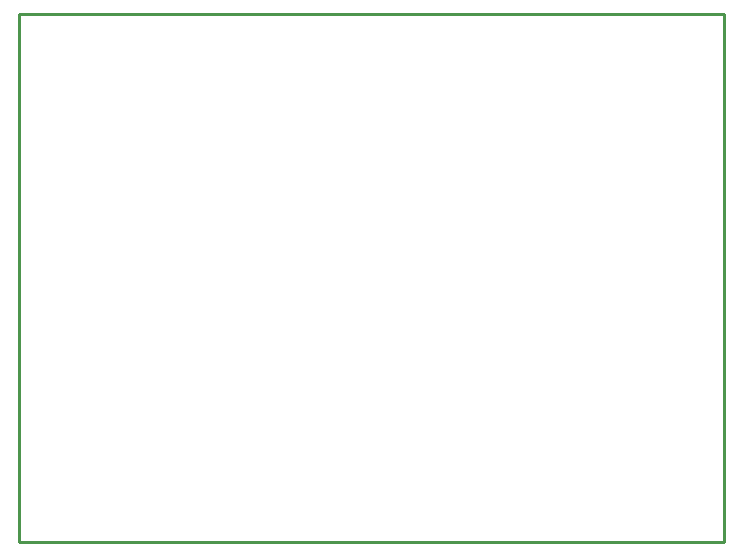
<source format=gko>
%FSLAX44Y44*%
%MOMM*%
G71*
G01*
G75*
G04 Layer_Color=16711935*
%ADD10C,0.2032*%
%ADD11R,0.9500X0.9000*%
%ADD12R,0.9500X0.9000*%
%ADD13R,0.6000X2.2000*%
%ADD14R,0.6000X2.2000*%
%ADD15R,2.3000X2.3000*%
%ADD16R,1.5000X1.3000*%
%ADD17R,1.3000X1.5000*%
%ADD18R,2.1500X3.5000*%
%ADD19R,2.1500X1.1000*%
%ADD20R,2.1500X1.1000*%
%ADD21C,0.7620*%
%ADD22C,0.5080*%
%ADD23C,0.2540*%
%ADD24C,2.8000*%
%ADD25C,3.0000*%
%ADD26R,1.5000X1.5000*%
%ADD27C,1.5000*%
%ADD28R,1.5000X1.5000*%
%ADD29C,1.2700*%
D23*
X279400Y836930D02*
X876300D01*
Y389890D02*
Y836930D01*
X279400Y389890D02*
X876300D01*
X279400D02*
Y836930D01*
M02*

</source>
